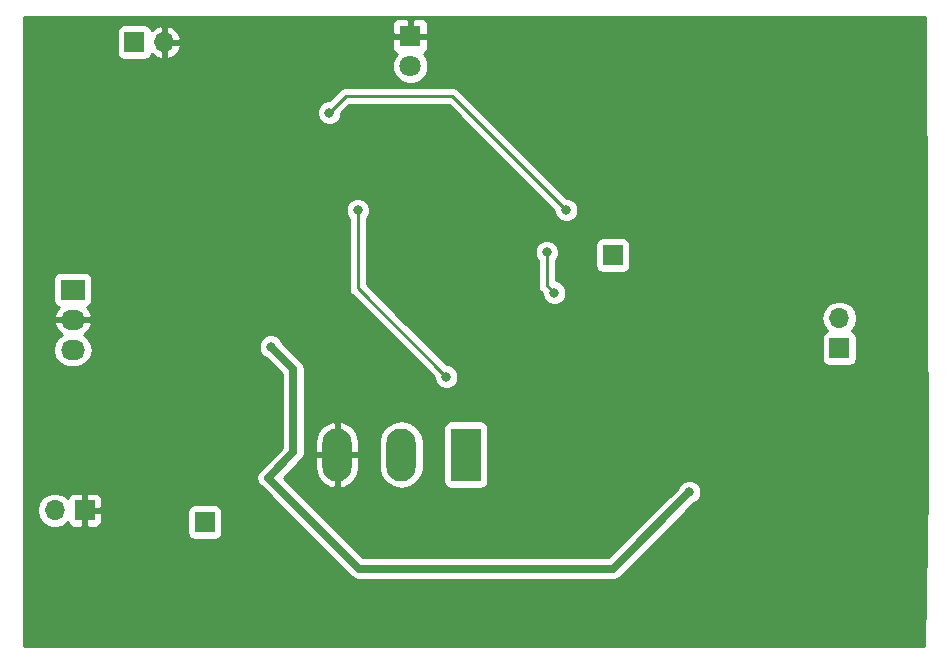
<source format=gbr>
G04 #@! TF.GenerationSoftware,KiCad,Pcbnew,(5.0.1-3-g963ef8bb5)*
G04 #@! TF.CreationDate,2019-04-17T19:13:41-07:00*
G04 #@! TF.ProjectId,wireless_proj,776972656C6573735F70726F6A2E6B69,rev?*
G04 #@! TF.SameCoordinates,Original*
G04 #@! TF.FileFunction,Copper,L2,Bot,Signal*
G04 #@! TF.FilePolarity,Positive*
%FSLAX46Y46*%
G04 Gerber Fmt 4.6, Leading zero omitted, Abs format (unit mm)*
G04 Created by KiCad (PCBNEW (5.0.1-3-g963ef8bb5)) date 2019 April 17, Wednesday 19:13:41*
%MOMM*%
%LPD*%
G01*
G04 APERTURE LIST*
G04 #@! TA.AperFunction,ComponentPad*
%ADD10R,2.030000X1.730000*%
G04 #@! TD*
G04 #@! TA.AperFunction,ComponentPad*
%ADD11O,2.030000X1.730000*%
G04 #@! TD*
G04 #@! TA.AperFunction,ComponentPad*
%ADD12R,1.700000X1.700000*%
G04 #@! TD*
G04 #@! TA.AperFunction,ComponentPad*
%ADD13O,1.700000X1.700000*%
G04 #@! TD*
G04 #@! TA.AperFunction,ComponentPad*
%ADD14R,1.800000X1.800000*%
G04 #@! TD*
G04 #@! TA.AperFunction,ComponentPad*
%ADD15C,1.800000*%
G04 #@! TD*
G04 #@! TA.AperFunction,ComponentPad*
%ADD16R,2.500000X4.500000*%
G04 #@! TD*
G04 #@! TA.AperFunction,ComponentPad*
%ADD17O,2.500000X4.500000*%
G04 #@! TD*
G04 #@! TA.AperFunction,ViaPad*
%ADD18C,0.800000*%
G04 #@! TD*
G04 #@! TA.AperFunction,Conductor*
%ADD19C,0.250000*%
G04 #@! TD*
G04 #@! TA.AperFunction,Conductor*
%ADD20C,0.635000*%
G04 #@! TD*
G04 #@! TA.AperFunction,Conductor*
%ADD21C,0.254000*%
G04 #@! TD*
G04 APERTURE END LIST*
D10*
G04 #@! TO.P,U2,1*
G04 #@! TO.N,/Vpwr*
X105156000Y-89789000D03*
D11*
G04 #@! TO.P,U2,2*
G04 #@! TO.N,GND*
X105156000Y-92329000D03*
G04 #@! TO.P,U2,3*
G04 #@! TO.N,/5V*
X105156000Y-94869000D03*
G04 #@! TD*
D12*
G04 #@! TO.P,J3,1*
G04 #@! TO.N,Net-(J3-Pad1)*
X150876000Y-86868000D03*
G04 #@! TD*
G04 #@! TO.P,J2,1*
G04 #@! TO.N,Net-(J2-Pad1)*
X116332000Y-109474000D03*
G04 #@! TD*
D13*
G04 #@! TO.P,P_in1,2*
G04 #@! TO.N,GND*
X112903000Y-68834000D03*
D12*
G04 #@! TO.P,P_in1,1*
G04 #@! TO.N,Net-(P_in1-Pad1)*
X110363000Y-68834000D03*
G04 #@! TD*
G04 #@! TO.P,J1,1*
G04 #@! TO.N,GND*
X106172000Y-108458000D03*
D13*
G04 #@! TO.P,J1,2*
G04 #@! TO.N,/5V*
X103632000Y-108458000D03*
G04 #@! TD*
G04 #@! TO.P,J4,2*
G04 #@! TO.N,Net-(J4-Pad2)*
X170053000Y-92202000D03*
D12*
G04 #@! TO.P,J4,1*
G04 #@! TO.N,/Vpwr*
X170053000Y-94742000D03*
G04 #@! TD*
D14*
G04 #@! TO.P,LED1,1*
G04 #@! TO.N,GND*
X133731000Y-68326000D03*
D15*
G04 #@! TO.P,LED1,2*
G04 #@! TO.N,Net-(LED1-Pad2)*
X133731000Y-70866000D03*
G04 #@! TD*
D16*
G04 #@! TO.P,M1,1*
G04 #@! TO.N,Net-(D2-Pad2)*
X138430000Y-103759000D03*
D17*
G04 #@! TO.P,M1,2*
G04 #@! TO.N,Net-(J2-Pad1)*
X132980000Y-103759000D03*
G04 #@! TO.P,M1,3*
G04 #@! TO.N,GND*
X127530000Y-103759000D03*
G04 #@! TD*
D18*
G04 #@! TO.N,Net-(D2-Pad2)*
X136779000Y-97155000D03*
X129286000Y-83085000D03*
G04 #@! TO.N,Net-(R2-Pad1)*
X145923000Y-90043000D03*
X145288000Y-86614000D03*
G04 #@! TO.N,GND*
X109855000Y-101092000D03*
X109601000Y-95758000D03*
G04 #@! TO.N,Net-(J3-Pad1)*
X146939000Y-83058000D03*
X126873000Y-74803000D03*
G04 #@! TO.N,/Vpwr*
X121920000Y-94615000D03*
X157353000Y-106934000D03*
G04 #@! TD*
D19*
G04 #@! TO.N,Net-(D2-Pad2)*
X136779000Y-97155000D02*
X129286000Y-89662000D01*
X129286000Y-89662000D02*
X129286000Y-83085000D01*
G04 #@! TO.N,Net-(R2-Pad1)*
X145288000Y-89408000D02*
X145288000Y-86614000D01*
X145923000Y-90043000D02*
X145288000Y-89408000D01*
D20*
G04 #@! TO.N,GND*
X109855000Y-96012000D02*
X109601000Y-95758000D01*
X109855000Y-101092000D02*
X109855000Y-96012000D01*
D19*
G04 #@! TO.N,Net-(J3-Pad1)*
X146939000Y-83058000D02*
X137287000Y-73406000D01*
X128270000Y-73406000D02*
X126873000Y-74803000D01*
X137287000Y-73406000D02*
X128270000Y-73406000D01*
D20*
G04 #@! TO.N,/Vpwr*
X121920000Y-94615000D02*
X123825000Y-96520000D01*
X123825000Y-103553636D02*
X121666000Y-105712636D01*
X123825000Y-96520000D02*
X123825000Y-103553636D01*
X121666000Y-105712636D02*
X129364364Y-113411000D01*
X150876000Y-113411000D02*
X157353000Y-106934000D01*
X129364364Y-113411000D02*
X150876000Y-113411000D01*
G04 #@! TD*
D21*
G04 #@! TO.N,GND*
G36*
X177470980Y-106674678D02*
X177229793Y-119940000D01*
X101040000Y-119940000D01*
X101040000Y-108458000D01*
X102117908Y-108458000D01*
X102233161Y-109037418D01*
X102561375Y-109528625D01*
X103052582Y-109856839D01*
X103485744Y-109943000D01*
X103778256Y-109943000D01*
X104211418Y-109856839D01*
X104702625Y-109528625D01*
X104717096Y-109506967D01*
X104783673Y-109667698D01*
X104962301Y-109846327D01*
X105195690Y-109943000D01*
X105886250Y-109943000D01*
X106045000Y-109784250D01*
X106045000Y-108585000D01*
X106299000Y-108585000D01*
X106299000Y-109784250D01*
X106457750Y-109943000D01*
X107148310Y-109943000D01*
X107381699Y-109846327D01*
X107560327Y-109667698D01*
X107657000Y-109434309D01*
X107657000Y-108743750D01*
X107537250Y-108624000D01*
X114834560Y-108624000D01*
X114834560Y-110324000D01*
X114883843Y-110571765D01*
X115024191Y-110781809D01*
X115234235Y-110922157D01*
X115482000Y-110971440D01*
X117182000Y-110971440D01*
X117429765Y-110922157D01*
X117639809Y-110781809D01*
X117780157Y-110571765D01*
X117829440Y-110324000D01*
X117829440Y-108624000D01*
X117780157Y-108376235D01*
X117639809Y-108166191D01*
X117429765Y-108025843D01*
X117182000Y-107976560D01*
X115482000Y-107976560D01*
X115234235Y-108025843D01*
X115024191Y-108166191D01*
X114883843Y-108376235D01*
X114834560Y-108624000D01*
X107537250Y-108624000D01*
X107498250Y-108585000D01*
X106299000Y-108585000D01*
X106045000Y-108585000D01*
X106025000Y-108585000D01*
X106025000Y-108331000D01*
X106045000Y-108331000D01*
X106045000Y-107131750D01*
X106299000Y-107131750D01*
X106299000Y-108331000D01*
X107498250Y-108331000D01*
X107657000Y-108172250D01*
X107657000Y-107481691D01*
X107560327Y-107248302D01*
X107381699Y-107069673D01*
X107148310Y-106973000D01*
X106457750Y-106973000D01*
X106299000Y-107131750D01*
X106045000Y-107131750D01*
X105886250Y-106973000D01*
X105195690Y-106973000D01*
X104962301Y-107069673D01*
X104783673Y-107248302D01*
X104717096Y-107409033D01*
X104702625Y-107387375D01*
X104211418Y-107059161D01*
X103778256Y-106973000D01*
X103485744Y-106973000D01*
X103052582Y-107059161D01*
X102561375Y-107387375D01*
X102233161Y-107878582D01*
X102117908Y-108458000D01*
X101040000Y-108458000D01*
X101040000Y-105712636D01*
X120694840Y-105712636D01*
X120768765Y-106084282D01*
X120979287Y-106399349D01*
X121058815Y-106452488D01*
X128624511Y-114018186D01*
X128677650Y-114097714D01*
X128757177Y-114150852D01*
X128757178Y-114150853D01*
X128992717Y-114308235D01*
X129364364Y-114382160D01*
X129458174Y-114363500D01*
X150782190Y-114363500D01*
X150876000Y-114382160D01*
X150969810Y-114363500D01*
X151247647Y-114308235D01*
X151562714Y-114097714D01*
X151615857Y-114018180D01*
X157740107Y-107893931D01*
X157939280Y-107811431D01*
X158230431Y-107520280D01*
X158388000Y-107139874D01*
X158388000Y-106728126D01*
X158230431Y-106347720D01*
X157939280Y-106056569D01*
X157558874Y-105899000D01*
X157147126Y-105899000D01*
X156766720Y-106056569D01*
X156475569Y-106347720D01*
X156393069Y-106546893D01*
X150481463Y-112458500D01*
X129758903Y-112458500D01*
X123013037Y-105712636D01*
X124432183Y-104293491D01*
X124511714Y-104240350D01*
X124722235Y-103925283D01*
X124730048Y-103886000D01*
X125645000Y-103886000D01*
X125645000Y-104886000D01*
X125837088Y-105597691D01*
X126286906Y-106181699D01*
X126925974Y-106549114D01*
X127110355Y-106596695D01*
X127403000Y-106480572D01*
X127403000Y-103886000D01*
X127657000Y-103886000D01*
X127657000Y-106480572D01*
X127949645Y-106596695D01*
X128134026Y-106549114D01*
X128773094Y-106181699D01*
X129222912Y-105597691D01*
X129399169Y-104944654D01*
X131095000Y-104944654D01*
X131204369Y-105494489D01*
X131620991Y-106118009D01*
X132244510Y-106534631D01*
X132980000Y-106680929D01*
X133715489Y-106534631D01*
X134339009Y-106118009D01*
X134755631Y-105494490D01*
X134865000Y-104944655D01*
X134865000Y-102573345D01*
X134755631Y-102023510D01*
X134411847Y-101509000D01*
X136532560Y-101509000D01*
X136532560Y-106009000D01*
X136581843Y-106256765D01*
X136722191Y-106466809D01*
X136932235Y-106607157D01*
X137180000Y-106656440D01*
X139680000Y-106656440D01*
X139927765Y-106607157D01*
X140137809Y-106466809D01*
X140278157Y-106256765D01*
X140327440Y-106009000D01*
X140327440Y-101509000D01*
X140278157Y-101261235D01*
X140137809Y-101051191D01*
X139927765Y-100910843D01*
X139680000Y-100861560D01*
X137180000Y-100861560D01*
X136932235Y-100910843D01*
X136722191Y-101051191D01*
X136581843Y-101261235D01*
X136532560Y-101509000D01*
X134411847Y-101509000D01*
X134339009Y-101399991D01*
X133715490Y-100983369D01*
X132980000Y-100837071D01*
X132244511Y-100983369D01*
X131620992Y-101399991D01*
X131204370Y-102023510D01*
X131095001Y-102573345D01*
X131095000Y-104944654D01*
X129399169Y-104944654D01*
X129415000Y-104886000D01*
X129415000Y-103886000D01*
X127657000Y-103886000D01*
X127403000Y-103886000D01*
X125645000Y-103886000D01*
X124730048Y-103886000D01*
X124777500Y-103647446D01*
X124796160Y-103553637D01*
X124777500Y-103459827D01*
X124777500Y-102632000D01*
X125645000Y-102632000D01*
X125645000Y-103632000D01*
X127403000Y-103632000D01*
X127403000Y-101037428D01*
X127657000Y-101037428D01*
X127657000Y-103632000D01*
X129415000Y-103632000D01*
X129415000Y-102632000D01*
X129222912Y-101920309D01*
X128773094Y-101336301D01*
X128134026Y-100968886D01*
X127949645Y-100921305D01*
X127657000Y-101037428D01*
X127403000Y-101037428D01*
X127110355Y-100921305D01*
X126925974Y-100968886D01*
X126286906Y-101336301D01*
X125837088Y-101920309D01*
X125645000Y-102632000D01*
X124777500Y-102632000D01*
X124777500Y-96613810D01*
X124796160Y-96520000D01*
X124722235Y-96148353D01*
X124564853Y-95912814D01*
X124511714Y-95833286D01*
X124432186Y-95780148D01*
X122879931Y-94227894D01*
X122797431Y-94028720D01*
X122506280Y-93737569D01*
X122125874Y-93580000D01*
X121714126Y-93580000D01*
X121333720Y-93737569D01*
X121042569Y-94028720D01*
X120885000Y-94409126D01*
X120885000Y-94820874D01*
X121042569Y-95201280D01*
X121333720Y-95492431D01*
X121532894Y-95574931D01*
X122872500Y-96914539D01*
X122872501Y-103159097D01*
X121058815Y-104972784D01*
X120979287Y-105025923D01*
X120926148Y-105105451D01*
X120768765Y-105340990D01*
X120694840Y-105712636D01*
X101040000Y-105712636D01*
X101040000Y-94869000D01*
X103476614Y-94869000D01*
X103593032Y-95454271D01*
X103924561Y-95950439D01*
X104420729Y-96281968D01*
X104858267Y-96369000D01*
X105453733Y-96369000D01*
X105891271Y-96281968D01*
X106387439Y-95950439D01*
X106718968Y-95454271D01*
X106835386Y-94869000D01*
X106718968Y-94283729D01*
X106387439Y-93787561D01*
X106099357Y-93595071D01*
X106506793Y-93229857D01*
X106760131Y-92701760D01*
X106762346Y-92688246D01*
X106641224Y-92456000D01*
X105283000Y-92456000D01*
X105283000Y-92476000D01*
X105029000Y-92476000D01*
X105029000Y-92456000D01*
X103670776Y-92456000D01*
X103549654Y-92688246D01*
X103551869Y-92701760D01*
X103805207Y-93229857D01*
X104212643Y-93595071D01*
X103924561Y-93787561D01*
X103593032Y-94283729D01*
X103476614Y-94869000D01*
X101040000Y-94869000D01*
X101040000Y-88924000D01*
X103493560Y-88924000D01*
X103493560Y-90654000D01*
X103542843Y-90901765D01*
X103683191Y-91111809D01*
X103893235Y-91252157D01*
X103981870Y-91269787D01*
X103805207Y-91428143D01*
X103551869Y-91956240D01*
X103549654Y-91969754D01*
X103670776Y-92202000D01*
X105029000Y-92202000D01*
X105029000Y-92182000D01*
X105283000Y-92182000D01*
X105283000Y-92202000D01*
X106641224Y-92202000D01*
X106762346Y-91969754D01*
X106760131Y-91956240D01*
X106506793Y-91428143D01*
X106330130Y-91269787D01*
X106418765Y-91252157D01*
X106628809Y-91111809D01*
X106769157Y-90901765D01*
X106818440Y-90654000D01*
X106818440Y-88924000D01*
X106769157Y-88676235D01*
X106628809Y-88466191D01*
X106418765Y-88325843D01*
X106171000Y-88276560D01*
X104141000Y-88276560D01*
X103893235Y-88325843D01*
X103683191Y-88466191D01*
X103542843Y-88676235D01*
X103493560Y-88924000D01*
X101040000Y-88924000D01*
X101040000Y-82879126D01*
X128251000Y-82879126D01*
X128251000Y-83290874D01*
X128408569Y-83671280D01*
X128526001Y-83788712D01*
X128526000Y-89587153D01*
X128511112Y-89662000D01*
X128526000Y-89736847D01*
X128526000Y-89736851D01*
X128570096Y-89958536D01*
X128738071Y-90209929D01*
X128801530Y-90252331D01*
X135744000Y-97194802D01*
X135744000Y-97360874D01*
X135901569Y-97741280D01*
X136192720Y-98032431D01*
X136573126Y-98190000D01*
X136984874Y-98190000D01*
X137365280Y-98032431D01*
X137656431Y-97741280D01*
X137814000Y-97360874D01*
X137814000Y-96949126D01*
X137656431Y-96568720D01*
X137365280Y-96277569D01*
X136984874Y-96120000D01*
X136818802Y-96120000D01*
X132900802Y-92202000D01*
X168538908Y-92202000D01*
X168654161Y-92781418D01*
X168982375Y-93272625D01*
X169000619Y-93284816D01*
X168955235Y-93293843D01*
X168745191Y-93434191D01*
X168604843Y-93644235D01*
X168555560Y-93892000D01*
X168555560Y-95592000D01*
X168604843Y-95839765D01*
X168745191Y-96049809D01*
X168955235Y-96190157D01*
X169203000Y-96239440D01*
X170903000Y-96239440D01*
X171150765Y-96190157D01*
X171360809Y-96049809D01*
X171501157Y-95839765D01*
X171550440Y-95592000D01*
X171550440Y-93892000D01*
X171501157Y-93644235D01*
X171360809Y-93434191D01*
X171150765Y-93293843D01*
X171105381Y-93284816D01*
X171123625Y-93272625D01*
X171451839Y-92781418D01*
X171567092Y-92202000D01*
X171451839Y-91622582D01*
X171123625Y-91131375D01*
X170632418Y-90803161D01*
X170199256Y-90717000D01*
X169906744Y-90717000D01*
X169473582Y-90803161D01*
X168982375Y-91131375D01*
X168654161Y-91622582D01*
X168538908Y-92202000D01*
X132900802Y-92202000D01*
X130046000Y-89347199D01*
X130046000Y-86408126D01*
X144253000Y-86408126D01*
X144253000Y-86819874D01*
X144410569Y-87200280D01*
X144528001Y-87317712D01*
X144528000Y-89333153D01*
X144513112Y-89408000D01*
X144528000Y-89482847D01*
X144528000Y-89482851D01*
X144572096Y-89704536D01*
X144740071Y-89955929D01*
X144803530Y-89998331D01*
X144888000Y-90082801D01*
X144888000Y-90248874D01*
X145045569Y-90629280D01*
X145336720Y-90920431D01*
X145717126Y-91078000D01*
X146128874Y-91078000D01*
X146509280Y-90920431D01*
X146800431Y-90629280D01*
X146958000Y-90248874D01*
X146958000Y-89837126D01*
X146800431Y-89456720D01*
X146509280Y-89165569D01*
X146128874Y-89008000D01*
X146048000Y-89008000D01*
X146048000Y-87317711D01*
X146165431Y-87200280D01*
X146323000Y-86819874D01*
X146323000Y-86408126D01*
X146165431Y-86027720D01*
X146155711Y-86018000D01*
X149378560Y-86018000D01*
X149378560Y-87718000D01*
X149427843Y-87965765D01*
X149568191Y-88175809D01*
X149778235Y-88316157D01*
X150026000Y-88365440D01*
X151726000Y-88365440D01*
X151973765Y-88316157D01*
X152183809Y-88175809D01*
X152324157Y-87965765D01*
X152373440Y-87718000D01*
X152373440Y-86018000D01*
X152324157Y-85770235D01*
X152183809Y-85560191D01*
X151973765Y-85419843D01*
X151726000Y-85370560D01*
X150026000Y-85370560D01*
X149778235Y-85419843D01*
X149568191Y-85560191D01*
X149427843Y-85770235D01*
X149378560Y-86018000D01*
X146155711Y-86018000D01*
X145874280Y-85736569D01*
X145493874Y-85579000D01*
X145082126Y-85579000D01*
X144701720Y-85736569D01*
X144410569Y-86027720D01*
X144253000Y-86408126D01*
X130046000Y-86408126D01*
X130046000Y-83788711D01*
X130163431Y-83671280D01*
X130321000Y-83290874D01*
X130321000Y-82879126D01*
X130163431Y-82498720D01*
X129872280Y-82207569D01*
X129491874Y-82050000D01*
X129080126Y-82050000D01*
X128699720Y-82207569D01*
X128408569Y-82498720D01*
X128251000Y-82879126D01*
X101040000Y-82879126D01*
X101040000Y-74597126D01*
X125838000Y-74597126D01*
X125838000Y-75008874D01*
X125995569Y-75389280D01*
X126286720Y-75680431D01*
X126667126Y-75838000D01*
X127078874Y-75838000D01*
X127459280Y-75680431D01*
X127750431Y-75389280D01*
X127908000Y-75008874D01*
X127908000Y-74842802D01*
X128584803Y-74166000D01*
X136972199Y-74166000D01*
X145904000Y-83097803D01*
X145904000Y-83263874D01*
X146061569Y-83644280D01*
X146352720Y-83935431D01*
X146733126Y-84093000D01*
X147144874Y-84093000D01*
X147525280Y-83935431D01*
X147816431Y-83644280D01*
X147974000Y-83263874D01*
X147974000Y-82852126D01*
X147816431Y-82471720D01*
X147525280Y-82180569D01*
X147144874Y-82023000D01*
X146978803Y-82023000D01*
X137877331Y-72921530D01*
X137834929Y-72858071D01*
X137583537Y-72690096D01*
X137361852Y-72646000D01*
X137361847Y-72646000D01*
X137287000Y-72631112D01*
X137212153Y-72646000D01*
X128344846Y-72646000D01*
X128269999Y-72631112D01*
X128195152Y-72646000D01*
X128195148Y-72646000D01*
X127973463Y-72690096D01*
X127973461Y-72690097D01*
X127973462Y-72690097D01*
X127785526Y-72815671D01*
X127785524Y-72815673D01*
X127722071Y-72858071D01*
X127679673Y-72921524D01*
X126833198Y-73768000D01*
X126667126Y-73768000D01*
X126286720Y-73925569D01*
X125995569Y-74216720D01*
X125838000Y-74597126D01*
X101040000Y-74597126D01*
X101040000Y-67984000D01*
X108865560Y-67984000D01*
X108865560Y-69684000D01*
X108914843Y-69931765D01*
X109055191Y-70141809D01*
X109265235Y-70282157D01*
X109513000Y-70331440D01*
X111213000Y-70331440D01*
X111460765Y-70282157D01*
X111670809Y-70141809D01*
X111811157Y-69931765D01*
X111831739Y-69828292D01*
X112136076Y-70105645D01*
X112546110Y-70275476D01*
X112776000Y-70154155D01*
X112776000Y-68961000D01*
X113030000Y-68961000D01*
X113030000Y-70154155D01*
X113259890Y-70275476D01*
X113669924Y-70105645D01*
X114098183Y-69715358D01*
X114344486Y-69190892D01*
X114223819Y-68961000D01*
X113030000Y-68961000D01*
X112776000Y-68961000D01*
X112756000Y-68961000D01*
X112756000Y-68707000D01*
X112776000Y-68707000D01*
X112776000Y-67513845D01*
X113030000Y-67513845D01*
X113030000Y-68707000D01*
X114223819Y-68707000D01*
X114273814Y-68611750D01*
X132196000Y-68611750D01*
X132196000Y-69352309D01*
X132292673Y-69585698D01*
X132471301Y-69764327D01*
X132606044Y-69820139D01*
X132429690Y-69996493D01*
X132196000Y-70560670D01*
X132196000Y-71171330D01*
X132429690Y-71735507D01*
X132861493Y-72167310D01*
X133425670Y-72401000D01*
X134036330Y-72401000D01*
X134600507Y-72167310D01*
X135032310Y-71735507D01*
X135266000Y-71171330D01*
X135266000Y-70560670D01*
X135032310Y-69996493D01*
X134855956Y-69820139D01*
X134990699Y-69764327D01*
X135169327Y-69585698D01*
X135266000Y-69352309D01*
X135266000Y-68611750D01*
X135107250Y-68453000D01*
X133858000Y-68453000D01*
X133858000Y-68473000D01*
X133604000Y-68473000D01*
X133604000Y-68453000D01*
X132354750Y-68453000D01*
X132196000Y-68611750D01*
X114273814Y-68611750D01*
X114344486Y-68477108D01*
X114098183Y-67952642D01*
X113669924Y-67562355D01*
X113259890Y-67392524D01*
X113030000Y-67513845D01*
X112776000Y-67513845D01*
X112546110Y-67392524D01*
X112136076Y-67562355D01*
X111831739Y-67839708D01*
X111811157Y-67736235D01*
X111670809Y-67526191D01*
X111460765Y-67385843D01*
X111213000Y-67336560D01*
X109513000Y-67336560D01*
X109265235Y-67385843D01*
X109055191Y-67526191D01*
X108914843Y-67736235D01*
X108865560Y-67984000D01*
X101040000Y-67984000D01*
X101040000Y-67299691D01*
X132196000Y-67299691D01*
X132196000Y-68040250D01*
X132354750Y-68199000D01*
X133604000Y-68199000D01*
X133604000Y-66949750D01*
X133858000Y-66949750D01*
X133858000Y-68199000D01*
X135107250Y-68199000D01*
X135266000Y-68040250D01*
X135266000Y-67299691D01*
X135169327Y-67066302D01*
X134990699Y-66887673D01*
X134757310Y-66791000D01*
X134016750Y-66791000D01*
X133858000Y-66949750D01*
X133604000Y-66949750D01*
X133445250Y-66791000D01*
X132704690Y-66791000D01*
X132471301Y-66887673D01*
X132292673Y-67066302D01*
X132196000Y-67299691D01*
X101040000Y-67299691D01*
X101040000Y-66750000D01*
X177346215Y-66750000D01*
X177470980Y-106674678D01*
X177470980Y-106674678D01*
G37*
X177470980Y-106674678D02*
X177229793Y-119940000D01*
X101040000Y-119940000D01*
X101040000Y-108458000D01*
X102117908Y-108458000D01*
X102233161Y-109037418D01*
X102561375Y-109528625D01*
X103052582Y-109856839D01*
X103485744Y-109943000D01*
X103778256Y-109943000D01*
X104211418Y-109856839D01*
X104702625Y-109528625D01*
X104717096Y-109506967D01*
X104783673Y-109667698D01*
X104962301Y-109846327D01*
X105195690Y-109943000D01*
X105886250Y-109943000D01*
X106045000Y-109784250D01*
X106045000Y-108585000D01*
X106299000Y-108585000D01*
X106299000Y-109784250D01*
X106457750Y-109943000D01*
X107148310Y-109943000D01*
X107381699Y-109846327D01*
X107560327Y-109667698D01*
X107657000Y-109434309D01*
X107657000Y-108743750D01*
X107537250Y-108624000D01*
X114834560Y-108624000D01*
X114834560Y-110324000D01*
X114883843Y-110571765D01*
X115024191Y-110781809D01*
X115234235Y-110922157D01*
X115482000Y-110971440D01*
X117182000Y-110971440D01*
X117429765Y-110922157D01*
X117639809Y-110781809D01*
X117780157Y-110571765D01*
X117829440Y-110324000D01*
X117829440Y-108624000D01*
X117780157Y-108376235D01*
X117639809Y-108166191D01*
X117429765Y-108025843D01*
X117182000Y-107976560D01*
X115482000Y-107976560D01*
X115234235Y-108025843D01*
X115024191Y-108166191D01*
X114883843Y-108376235D01*
X114834560Y-108624000D01*
X107537250Y-108624000D01*
X107498250Y-108585000D01*
X106299000Y-108585000D01*
X106045000Y-108585000D01*
X106025000Y-108585000D01*
X106025000Y-108331000D01*
X106045000Y-108331000D01*
X106045000Y-107131750D01*
X106299000Y-107131750D01*
X106299000Y-108331000D01*
X107498250Y-108331000D01*
X107657000Y-108172250D01*
X107657000Y-107481691D01*
X107560327Y-107248302D01*
X107381699Y-107069673D01*
X107148310Y-106973000D01*
X106457750Y-106973000D01*
X106299000Y-107131750D01*
X106045000Y-107131750D01*
X105886250Y-106973000D01*
X105195690Y-106973000D01*
X104962301Y-107069673D01*
X104783673Y-107248302D01*
X104717096Y-107409033D01*
X104702625Y-107387375D01*
X104211418Y-107059161D01*
X103778256Y-106973000D01*
X103485744Y-106973000D01*
X103052582Y-107059161D01*
X102561375Y-107387375D01*
X102233161Y-107878582D01*
X102117908Y-108458000D01*
X101040000Y-108458000D01*
X101040000Y-105712636D01*
X120694840Y-105712636D01*
X120768765Y-106084282D01*
X120979287Y-106399349D01*
X121058815Y-106452488D01*
X128624511Y-114018186D01*
X128677650Y-114097714D01*
X128757177Y-114150852D01*
X128757178Y-114150853D01*
X128992717Y-114308235D01*
X129364364Y-114382160D01*
X129458174Y-114363500D01*
X150782190Y-114363500D01*
X150876000Y-114382160D01*
X150969810Y-114363500D01*
X151247647Y-114308235D01*
X151562714Y-114097714D01*
X151615857Y-114018180D01*
X157740107Y-107893931D01*
X157939280Y-107811431D01*
X158230431Y-107520280D01*
X158388000Y-107139874D01*
X158388000Y-106728126D01*
X158230431Y-106347720D01*
X157939280Y-106056569D01*
X157558874Y-105899000D01*
X157147126Y-105899000D01*
X156766720Y-106056569D01*
X156475569Y-106347720D01*
X156393069Y-106546893D01*
X150481463Y-112458500D01*
X129758903Y-112458500D01*
X123013037Y-105712636D01*
X124432183Y-104293491D01*
X124511714Y-104240350D01*
X124722235Y-103925283D01*
X124730048Y-103886000D01*
X125645000Y-103886000D01*
X125645000Y-104886000D01*
X125837088Y-105597691D01*
X126286906Y-106181699D01*
X126925974Y-106549114D01*
X127110355Y-106596695D01*
X127403000Y-106480572D01*
X127403000Y-103886000D01*
X127657000Y-103886000D01*
X127657000Y-106480572D01*
X127949645Y-106596695D01*
X128134026Y-106549114D01*
X128773094Y-106181699D01*
X129222912Y-105597691D01*
X129399169Y-104944654D01*
X131095000Y-104944654D01*
X131204369Y-105494489D01*
X131620991Y-106118009D01*
X132244510Y-106534631D01*
X132980000Y-106680929D01*
X133715489Y-106534631D01*
X134339009Y-106118009D01*
X134755631Y-105494490D01*
X134865000Y-104944655D01*
X134865000Y-102573345D01*
X134755631Y-102023510D01*
X134411847Y-101509000D01*
X136532560Y-101509000D01*
X136532560Y-106009000D01*
X136581843Y-106256765D01*
X136722191Y-106466809D01*
X136932235Y-106607157D01*
X137180000Y-106656440D01*
X139680000Y-106656440D01*
X139927765Y-106607157D01*
X140137809Y-106466809D01*
X140278157Y-106256765D01*
X140327440Y-106009000D01*
X140327440Y-101509000D01*
X140278157Y-101261235D01*
X140137809Y-101051191D01*
X139927765Y-100910843D01*
X139680000Y-100861560D01*
X137180000Y-100861560D01*
X136932235Y-100910843D01*
X136722191Y-101051191D01*
X136581843Y-101261235D01*
X136532560Y-101509000D01*
X134411847Y-101509000D01*
X134339009Y-101399991D01*
X133715490Y-100983369D01*
X132980000Y-100837071D01*
X132244511Y-100983369D01*
X131620992Y-101399991D01*
X131204370Y-102023510D01*
X131095001Y-102573345D01*
X131095000Y-104944654D01*
X129399169Y-104944654D01*
X129415000Y-104886000D01*
X129415000Y-103886000D01*
X127657000Y-103886000D01*
X127403000Y-103886000D01*
X125645000Y-103886000D01*
X124730048Y-103886000D01*
X124777500Y-103647446D01*
X124796160Y-103553637D01*
X124777500Y-103459827D01*
X124777500Y-102632000D01*
X125645000Y-102632000D01*
X125645000Y-103632000D01*
X127403000Y-103632000D01*
X127403000Y-101037428D01*
X127657000Y-101037428D01*
X127657000Y-103632000D01*
X129415000Y-103632000D01*
X129415000Y-102632000D01*
X129222912Y-101920309D01*
X128773094Y-101336301D01*
X128134026Y-100968886D01*
X127949645Y-100921305D01*
X127657000Y-101037428D01*
X127403000Y-101037428D01*
X127110355Y-100921305D01*
X126925974Y-100968886D01*
X126286906Y-101336301D01*
X125837088Y-101920309D01*
X125645000Y-102632000D01*
X124777500Y-102632000D01*
X124777500Y-96613810D01*
X124796160Y-96520000D01*
X124722235Y-96148353D01*
X124564853Y-95912814D01*
X124511714Y-95833286D01*
X124432186Y-95780148D01*
X122879931Y-94227894D01*
X122797431Y-94028720D01*
X122506280Y-93737569D01*
X122125874Y-93580000D01*
X121714126Y-93580000D01*
X121333720Y-93737569D01*
X121042569Y-94028720D01*
X120885000Y-94409126D01*
X120885000Y-94820874D01*
X121042569Y-95201280D01*
X121333720Y-95492431D01*
X121532894Y-95574931D01*
X122872500Y-96914539D01*
X122872501Y-103159097D01*
X121058815Y-104972784D01*
X120979287Y-105025923D01*
X120926148Y-105105451D01*
X120768765Y-105340990D01*
X120694840Y-105712636D01*
X101040000Y-105712636D01*
X101040000Y-94869000D01*
X103476614Y-94869000D01*
X103593032Y-95454271D01*
X103924561Y-95950439D01*
X104420729Y-96281968D01*
X104858267Y-96369000D01*
X105453733Y-96369000D01*
X105891271Y-96281968D01*
X106387439Y-95950439D01*
X106718968Y-95454271D01*
X106835386Y-94869000D01*
X106718968Y-94283729D01*
X106387439Y-93787561D01*
X106099357Y-93595071D01*
X106506793Y-93229857D01*
X106760131Y-92701760D01*
X106762346Y-92688246D01*
X106641224Y-92456000D01*
X105283000Y-92456000D01*
X105283000Y-92476000D01*
X105029000Y-92476000D01*
X105029000Y-92456000D01*
X103670776Y-92456000D01*
X103549654Y-92688246D01*
X103551869Y-92701760D01*
X103805207Y-93229857D01*
X104212643Y-93595071D01*
X103924561Y-93787561D01*
X103593032Y-94283729D01*
X103476614Y-94869000D01*
X101040000Y-94869000D01*
X101040000Y-88924000D01*
X103493560Y-88924000D01*
X103493560Y-90654000D01*
X103542843Y-90901765D01*
X103683191Y-91111809D01*
X103893235Y-91252157D01*
X103981870Y-91269787D01*
X103805207Y-91428143D01*
X103551869Y-91956240D01*
X103549654Y-91969754D01*
X103670776Y-92202000D01*
X105029000Y-92202000D01*
X105029000Y-92182000D01*
X105283000Y-92182000D01*
X105283000Y-92202000D01*
X106641224Y-92202000D01*
X106762346Y-91969754D01*
X106760131Y-91956240D01*
X106506793Y-91428143D01*
X106330130Y-91269787D01*
X106418765Y-91252157D01*
X106628809Y-91111809D01*
X106769157Y-90901765D01*
X106818440Y-90654000D01*
X106818440Y-88924000D01*
X106769157Y-88676235D01*
X106628809Y-88466191D01*
X106418765Y-88325843D01*
X106171000Y-88276560D01*
X104141000Y-88276560D01*
X103893235Y-88325843D01*
X103683191Y-88466191D01*
X103542843Y-88676235D01*
X103493560Y-88924000D01*
X101040000Y-88924000D01*
X101040000Y-82879126D01*
X128251000Y-82879126D01*
X128251000Y-83290874D01*
X128408569Y-83671280D01*
X128526001Y-83788712D01*
X128526000Y-89587153D01*
X128511112Y-89662000D01*
X128526000Y-89736847D01*
X128526000Y-89736851D01*
X128570096Y-89958536D01*
X128738071Y-90209929D01*
X128801530Y-90252331D01*
X135744000Y-97194802D01*
X135744000Y-97360874D01*
X135901569Y-97741280D01*
X136192720Y-98032431D01*
X136573126Y-98190000D01*
X136984874Y-98190000D01*
X137365280Y-98032431D01*
X137656431Y-97741280D01*
X137814000Y-97360874D01*
X137814000Y-96949126D01*
X137656431Y-96568720D01*
X137365280Y-96277569D01*
X136984874Y-96120000D01*
X136818802Y-96120000D01*
X132900802Y-92202000D01*
X168538908Y-92202000D01*
X168654161Y-92781418D01*
X168982375Y-93272625D01*
X169000619Y-93284816D01*
X168955235Y-93293843D01*
X168745191Y-93434191D01*
X168604843Y-93644235D01*
X168555560Y-93892000D01*
X168555560Y-95592000D01*
X168604843Y-95839765D01*
X168745191Y-96049809D01*
X168955235Y-96190157D01*
X169203000Y-96239440D01*
X170903000Y-96239440D01*
X171150765Y-96190157D01*
X171360809Y-96049809D01*
X171501157Y-95839765D01*
X171550440Y-95592000D01*
X171550440Y-93892000D01*
X171501157Y-93644235D01*
X171360809Y-93434191D01*
X171150765Y-93293843D01*
X171105381Y-93284816D01*
X171123625Y-93272625D01*
X171451839Y-92781418D01*
X171567092Y-92202000D01*
X171451839Y-91622582D01*
X171123625Y-91131375D01*
X170632418Y-90803161D01*
X170199256Y-90717000D01*
X169906744Y-90717000D01*
X169473582Y-90803161D01*
X168982375Y-91131375D01*
X168654161Y-91622582D01*
X168538908Y-92202000D01*
X132900802Y-92202000D01*
X130046000Y-89347199D01*
X130046000Y-86408126D01*
X144253000Y-86408126D01*
X144253000Y-86819874D01*
X144410569Y-87200280D01*
X144528001Y-87317712D01*
X144528000Y-89333153D01*
X144513112Y-89408000D01*
X144528000Y-89482847D01*
X144528000Y-89482851D01*
X144572096Y-89704536D01*
X144740071Y-89955929D01*
X144803530Y-89998331D01*
X144888000Y-90082801D01*
X144888000Y-90248874D01*
X145045569Y-90629280D01*
X145336720Y-90920431D01*
X145717126Y-91078000D01*
X146128874Y-91078000D01*
X146509280Y-90920431D01*
X146800431Y-90629280D01*
X146958000Y-90248874D01*
X146958000Y-89837126D01*
X146800431Y-89456720D01*
X146509280Y-89165569D01*
X146128874Y-89008000D01*
X146048000Y-89008000D01*
X146048000Y-87317711D01*
X146165431Y-87200280D01*
X146323000Y-86819874D01*
X146323000Y-86408126D01*
X146165431Y-86027720D01*
X146155711Y-86018000D01*
X149378560Y-86018000D01*
X149378560Y-87718000D01*
X149427843Y-87965765D01*
X149568191Y-88175809D01*
X149778235Y-88316157D01*
X150026000Y-88365440D01*
X151726000Y-88365440D01*
X151973765Y-88316157D01*
X152183809Y-88175809D01*
X152324157Y-87965765D01*
X152373440Y-87718000D01*
X152373440Y-86018000D01*
X152324157Y-85770235D01*
X152183809Y-85560191D01*
X151973765Y-85419843D01*
X151726000Y-85370560D01*
X150026000Y-85370560D01*
X149778235Y-85419843D01*
X149568191Y-85560191D01*
X149427843Y-85770235D01*
X149378560Y-86018000D01*
X146155711Y-86018000D01*
X145874280Y-85736569D01*
X145493874Y-85579000D01*
X145082126Y-85579000D01*
X144701720Y-85736569D01*
X144410569Y-86027720D01*
X144253000Y-86408126D01*
X130046000Y-86408126D01*
X130046000Y-83788711D01*
X130163431Y-83671280D01*
X130321000Y-83290874D01*
X130321000Y-82879126D01*
X130163431Y-82498720D01*
X129872280Y-82207569D01*
X129491874Y-82050000D01*
X129080126Y-82050000D01*
X128699720Y-82207569D01*
X128408569Y-82498720D01*
X128251000Y-82879126D01*
X101040000Y-82879126D01*
X101040000Y-74597126D01*
X125838000Y-74597126D01*
X125838000Y-75008874D01*
X125995569Y-75389280D01*
X126286720Y-75680431D01*
X126667126Y-75838000D01*
X127078874Y-75838000D01*
X127459280Y-75680431D01*
X127750431Y-75389280D01*
X127908000Y-75008874D01*
X127908000Y-74842802D01*
X128584803Y-74166000D01*
X136972199Y-74166000D01*
X145904000Y-83097803D01*
X145904000Y-83263874D01*
X146061569Y-83644280D01*
X146352720Y-83935431D01*
X146733126Y-84093000D01*
X147144874Y-84093000D01*
X147525280Y-83935431D01*
X147816431Y-83644280D01*
X147974000Y-83263874D01*
X147974000Y-82852126D01*
X147816431Y-82471720D01*
X147525280Y-82180569D01*
X147144874Y-82023000D01*
X146978803Y-82023000D01*
X137877331Y-72921530D01*
X137834929Y-72858071D01*
X137583537Y-72690096D01*
X137361852Y-72646000D01*
X137361847Y-72646000D01*
X137287000Y-72631112D01*
X137212153Y-72646000D01*
X128344846Y-72646000D01*
X128269999Y-72631112D01*
X128195152Y-72646000D01*
X128195148Y-72646000D01*
X127973463Y-72690096D01*
X127973461Y-72690097D01*
X127973462Y-72690097D01*
X127785526Y-72815671D01*
X127785524Y-72815673D01*
X127722071Y-72858071D01*
X127679673Y-72921524D01*
X126833198Y-73768000D01*
X126667126Y-73768000D01*
X126286720Y-73925569D01*
X125995569Y-74216720D01*
X125838000Y-74597126D01*
X101040000Y-74597126D01*
X101040000Y-67984000D01*
X108865560Y-67984000D01*
X108865560Y-69684000D01*
X108914843Y-69931765D01*
X109055191Y-70141809D01*
X109265235Y-70282157D01*
X109513000Y-70331440D01*
X111213000Y-70331440D01*
X111460765Y-70282157D01*
X111670809Y-70141809D01*
X111811157Y-69931765D01*
X111831739Y-69828292D01*
X112136076Y-70105645D01*
X112546110Y-70275476D01*
X112776000Y-70154155D01*
X112776000Y-68961000D01*
X113030000Y-68961000D01*
X113030000Y-70154155D01*
X113259890Y-70275476D01*
X113669924Y-70105645D01*
X114098183Y-69715358D01*
X114344486Y-69190892D01*
X114223819Y-68961000D01*
X113030000Y-68961000D01*
X112776000Y-68961000D01*
X112756000Y-68961000D01*
X112756000Y-68707000D01*
X112776000Y-68707000D01*
X112776000Y-67513845D01*
X113030000Y-67513845D01*
X113030000Y-68707000D01*
X114223819Y-68707000D01*
X114273814Y-68611750D01*
X132196000Y-68611750D01*
X132196000Y-69352309D01*
X132292673Y-69585698D01*
X132471301Y-69764327D01*
X132606044Y-69820139D01*
X132429690Y-69996493D01*
X132196000Y-70560670D01*
X132196000Y-71171330D01*
X132429690Y-71735507D01*
X132861493Y-72167310D01*
X133425670Y-72401000D01*
X134036330Y-72401000D01*
X134600507Y-72167310D01*
X135032310Y-71735507D01*
X135266000Y-71171330D01*
X135266000Y-70560670D01*
X135032310Y-69996493D01*
X134855956Y-69820139D01*
X134990699Y-69764327D01*
X135169327Y-69585698D01*
X135266000Y-69352309D01*
X135266000Y-68611750D01*
X135107250Y-68453000D01*
X133858000Y-68453000D01*
X133858000Y-68473000D01*
X133604000Y-68473000D01*
X133604000Y-68453000D01*
X132354750Y-68453000D01*
X132196000Y-68611750D01*
X114273814Y-68611750D01*
X114344486Y-68477108D01*
X114098183Y-67952642D01*
X113669924Y-67562355D01*
X113259890Y-67392524D01*
X113030000Y-67513845D01*
X112776000Y-67513845D01*
X112546110Y-67392524D01*
X112136076Y-67562355D01*
X111831739Y-67839708D01*
X111811157Y-67736235D01*
X111670809Y-67526191D01*
X111460765Y-67385843D01*
X111213000Y-67336560D01*
X109513000Y-67336560D01*
X109265235Y-67385843D01*
X109055191Y-67526191D01*
X108914843Y-67736235D01*
X108865560Y-67984000D01*
X101040000Y-67984000D01*
X101040000Y-67299691D01*
X132196000Y-67299691D01*
X132196000Y-68040250D01*
X132354750Y-68199000D01*
X133604000Y-68199000D01*
X133604000Y-66949750D01*
X133858000Y-66949750D01*
X133858000Y-68199000D01*
X135107250Y-68199000D01*
X135266000Y-68040250D01*
X135266000Y-67299691D01*
X135169327Y-67066302D01*
X134990699Y-66887673D01*
X134757310Y-66791000D01*
X134016750Y-66791000D01*
X133858000Y-66949750D01*
X133604000Y-66949750D01*
X133445250Y-66791000D01*
X132704690Y-66791000D01*
X132471301Y-66887673D01*
X132292673Y-67066302D01*
X132196000Y-67299691D01*
X101040000Y-67299691D01*
X101040000Y-66750000D01*
X177346215Y-66750000D01*
X177470980Y-106674678D01*
G04 #@! TD*
M02*

</source>
